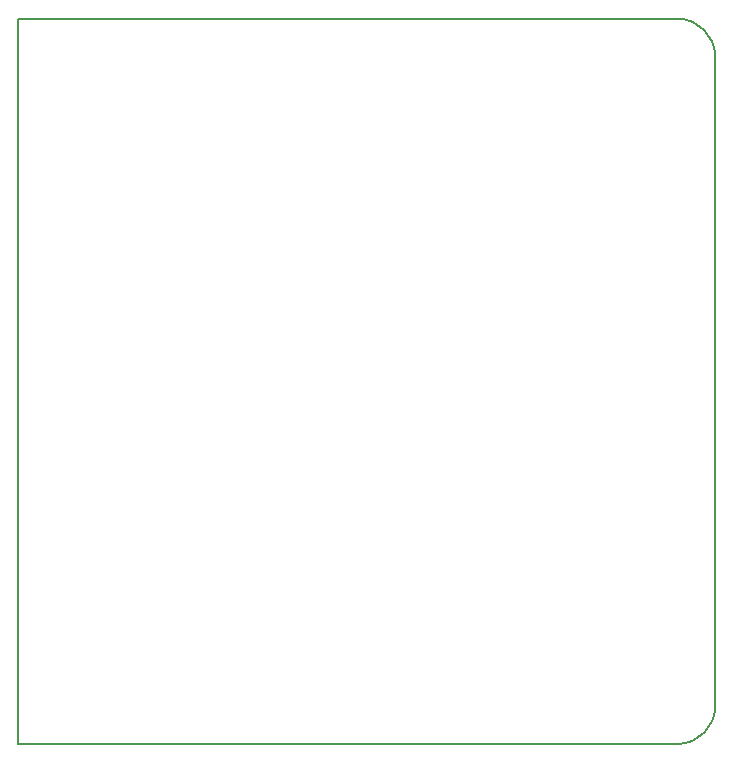
<source format=gm1>
G04 #@! TF.FileFunction,Profile,NP*
%FSLAX46Y46*%
G04 Gerber Fmt 4.6, Leading zero omitted, Abs format (unit mm)*
G04 Created by KiCad (PCBNEW 4.0.4-stable) date Thursday, April 12, 2018 'PMt' 12:11:18 PM*
%MOMM*%
%LPD*%
G01*
G04 APERTURE LIST*
%ADD10C,0.100000*%
%ADD11C,0.152400*%
%ADD12C,0.150000*%
G04 APERTURE END LIST*
D10*
D11*
X109000000Y-53000000D02*
G75*
G03X105800000Y-49800000I-3200000J0D01*
G01*
D12*
X105800000Y-111200000D02*
G75*
G03X109000000Y-108000000I0J3200000D01*
G01*
X109000000Y-108000000D02*
X109000000Y-53000000D01*
X50000000Y-111200000D02*
X50000000Y-49800000D01*
X50000000Y-111200000D02*
X105800000Y-111200000D01*
X50000000Y-49800000D02*
X105800000Y-49800000D01*
M02*

</source>
